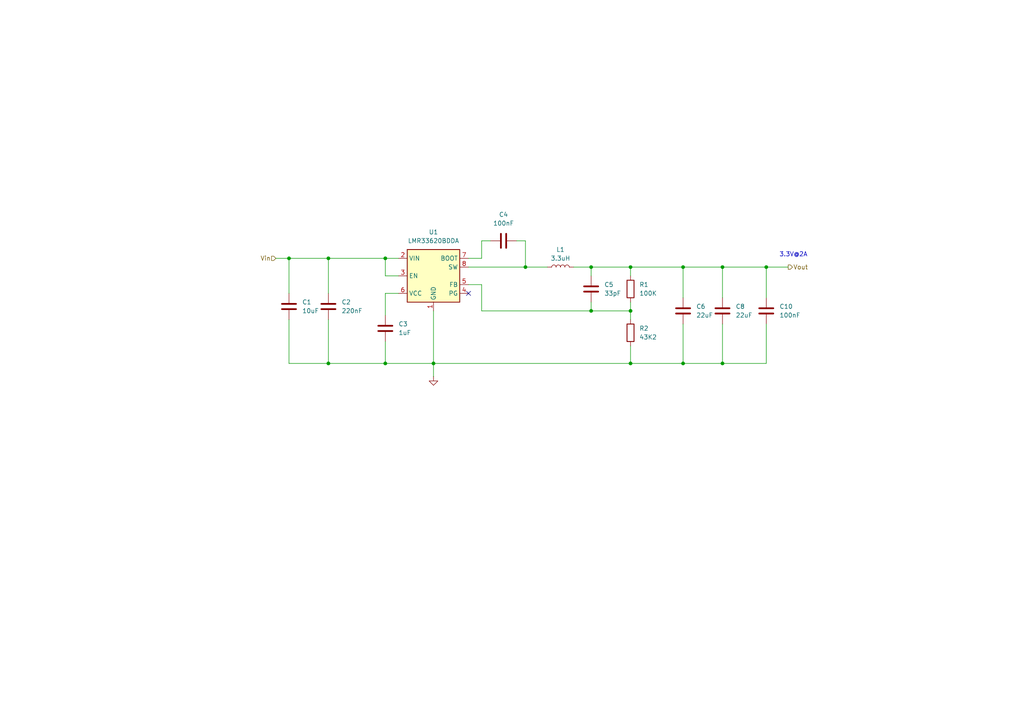
<source format=kicad_sch>
(kicad_sch (version 20250114) (generator "eeschema") (generator_version "9.0")
  (paper "A4")
  (title_block (date "${CURRENT_DATE}") (rev "${REVISION}") (comment 1 "LICENSED under CERN-OHL-S-2.0"))
  (lib_symbols
    (symbol "Device:C" (pin_numbers (hide yes)) (pin_names (offset 0.254))
      (property "Reference" "C" (at 0.635 2.54 0))
      (property "Value" "C" (at 0.635 -2.54 0))
      (symbol "C_0_1"
        (polyline (pts (xy -2.032 0.762) (xy 2.032 0.762)) (stroke (width 0.508)))
        (polyline (pts (xy -2.032 -0.762) (xy 2.032 -0.762)) (stroke (width 0.508)))
      )
      (symbol "C_1_1"
        (pin passive line (at 0 3.81 270) (length 2.794) (name "~") (number "1"))
        (pin passive line (at 0 -3.81 90) (length 2.794) (name "~") (number "2"))
      )
    )
    (symbol "Device:L" (pin_numbers (hide yes)) (pin_names (offset 1.016) (hide yes))
      (property "Reference" "L" (at -1.27 0 90))
      (property "Value" "L" (at 1.905 0 90))
      (symbol "L_0_1"
        (arc (start 0 2.54) (mid 0.6323 1.905) (end 0 1.27))
        (arc (start 0 1.27) (mid 0.6323 0.635) (end 0 0))
        (arc (start 0 0) (mid 0.6323 -0.635) (end 0 -1.27))
        (arc (start 0 -1.27) (mid 0.6323 -1.905) (end 0 -2.54))
      )
      (symbol "L_1_1"
        (pin passive line (at 0 3.81 270) (length 1.27) (name "1") (number "1"))
        (pin passive line (at 0 -3.81 90) (length 1.27) (name "2") (number "2"))
      )
    )
    (symbol "Device:R" (pin_numbers (hide yes)) (pin_names (offset 0))
      (property "Reference" "R" (at 2.032 0 90))
      (property "Value" "R" (at 0 0 90))
      (symbol "R_0_1"
        (rectangle (start -1.016 -2.54) (end 1.016 2.54) (stroke (width 0.254)))
      )
      (symbol "R_1_1"
        (pin passive line (at 0 3.81 270) (length 1.27) (name "~") (number "1"))
        (pin passive line (at 0 -3.81 90) (length 1.27) (name "~") (number "2"))
      )
    )
    (symbol "Regulator_Switching:LMR33630BDDA"
      (property "Reference" "U" (at 0 11.43 0))
      (property "Value" "LMR33630BDDA" (at 0 8.89 0))
      (symbol "LMR33630BDDA_0_1"
        (rectangle (start -7.62 7.62) (end 7.62 -7.62) (stroke (width 0.254)) (fill (type background)))
      )
      (symbol "LMR33630BDDA_1_1"
        (pin power_in line (at -10.16 5.08 0) (length 2.54) (name "VIN") (number "2"))
        (pin input line (at -10.16 0 0) (length 2.54) (name "EN") (number "3"))
        (pin power_out line (at -10.16 -5.08 0) (length 2.54) (name "VCC") (number "6"))
        (pin power_in line (at 0 -10.16 90) (length 2.54) (name "GND") (number "1"))
        (pin passive line (at 0 -10.16 90) (length 2.54) (hide yes) (name "GND") (number "9"))
        (pin input line (at 10.16 5.08 180) (length 2.54) (name "BOOT") (number "7"))
        (pin output line (at 10.16 2.54 180) (length 2.54) (name "SW") (number "8"))
        (pin input line (at 10.16 -2.54 180) (length 2.54) (name "FB") (number "5"))
        (pin open_collector line (at 10.16 -5.08 180) (length 2.54) (name "PG") (number "4"))
      )
    )
    (symbol "power:GND" (power) (pin_numbers (hide yes)) (pin_names (offset 0) (hide yes))
      (property "Value" "GND" (at 0 -3.81 0))
      (symbol "GND_0_1"
        (polyline (pts (xy 0 0) (xy 0 -1.27) (xy 1.27 -1.27) (xy 0 -2.54) (xy -1.27 -1.27) (xy 0 -1.27)))
      )
      (symbol "GND_1_1"
        (pin power_in line (at 0 0 270) (length 0) (name "~") (number "1"))
      )
    )
  )
  (text "3.3V@2A" (at 230.124 73.914 0) (effects (font (size 1.27 1.27))))
  (junction (at 182.88 90.17))
  (junction (at 198.12 105.41))
  (junction (at 83.82 74.93))
  (junction (at 182.88 105.41))
  (junction (at 95.25 74.93))
  (junction (at 222.25 77.47))
  (junction (at 111.76 105.41))
  (junction (at 209.55 105.41))
  (junction (at 209.55 77.47))
  (junction (at 171.45 90.17))
  (junction (at 152.4 77.47))
  (junction (at 198.12 77.47))
  (junction (at 95.25 105.41))
  (junction (at 125.73 105.41))
  (junction (at 111.76 74.93))
  (junction (at 182.88 77.47))
  (junction (at 171.45 77.47))
  (no_connect (at 135.89 85.09))
  (wire (pts (xy 182.88 77.47) (xy 198.12 77.47)))
  (wire (pts (xy 83.82 105.41) (xy 95.25 105.41)))
  (wire (pts (xy 166.37 77.47) (xy 171.45 77.47)))
  (wire (pts (xy 222.25 77.47) (xy 228.6 77.47)))
  (wire (pts (xy 83.82 74.93) (xy 83.82 85.09)))
  (wire (pts (xy 135.89 74.93) (xy 139.7 74.93)))
  (wire (pts (xy 125.73 105.41) (xy 125.73 109.22)))
  (wire (pts (xy 171.45 87.63) (xy 171.45 90.17)))
  (wire (pts (xy 135.89 77.47) (xy 152.4 77.47)))
  (wire (pts (xy 111.76 80.01) (xy 111.76 74.93)))
  (wire (pts (xy 152.4 69.85) (xy 152.4 77.47)))
  (wire (pts (xy 209.55 77.47) (xy 222.25 77.47)))
  (wire (pts (xy 198.12 77.47) (xy 198.12 86.36)))
  (wire (pts (xy 198.12 77.47) (xy 209.55 77.47)))
  (wire (pts (xy 182.88 87.63) (xy 182.88 90.17)))
  (wire (pts (xy 171.45 90.17) (xy 182.88 90.17)))
  (wire (pts (xy 83.82 92.71) (xy 83.82 105.41)))
  (wire (pts (xy 182.88 100.33) (xy 182.88 105.41)))
  (wire (pts (xy 182.88 90.17) (xy 182.88 92.71)))
  (wire (pts (xy 111.76 74.93) (xy 115.57 74.93)))
  (wire (pts (xy 125.73 90.17) (xy 125.73 105.41)))
  (wire (pts (xy 152.4 77.47) (xy 158.75 77.47)))
  (wire (pts (xy 95.25 92.71) (xy 95.25 105.41)))
  (wire (pts (xy 95.25 85.09) (xy 95.25 74.93)))
  (wire (pts (xy 198.12 105.41) (xy 209.55 105.41)))
  (wire (pts (xy 209.55 77.47) (xy 209.55 86.36)))
  (wire (pts (xy 80.01 74.93) (xy 83.82 74.93)))
  (wire (pts (xy 222.25 77.47) (xy 222.25 86.36)))
  (wire (pts (xy 95.25 74.93) (xy 111.76 74.93)))
  (wire (pts (xy 83.82 74.93) (xy 95.25 74.93)))
  (wire (pts (xy 209.55 105.41) (xy 222.25 105.41)))
  (wire (pts (xy 111.76 99.06) (xy 111.76 105.41)))
  (wire (pts (xy 209.55 93.98) (xy 209.55 105.41)))
  (wire (pts (xy 139.7 69.85) (xy 142.24 69.85)))
  (wire (pts (xy 135.89 82.55) (xy 139.7 82.55)))
  (wire (pts (xy 149.86 69.85) (xy 152.4 69.85)))
  (wire (pts (xy 182.88 77.47) (xy 171.45 77.47)))
  (wire (pts (xy 139.7 82.55) (xy 139.7 90.17)))
  (wire (pts (xy 95.25 105.41) (xy 111.76 105.41)))
  (wire (pts (xy 182.88 105.41) (xy 125.73 105.41)))
  (wire (pts (xy 182.88 105.41) (xy 198.12 105.41)))
  (wire (pts (xy 198.12 93.98) (xy 198.12 105.41)))
  (wire (pts (xy 111.76 85.09) (xy 111.76 91.44)))
  (wire (pts (xy 111.76 105.41) (xy 125.73 105.41)))
  (wire (pts (xy 171.45 77.47) (xy 171.45 80.01)))
  (wire (pts (xy 139.7 90.17) (xy 171.45 90.17)))
  (wire (pts (xy 222.25 93.98) (xy 222.25 105.41)))
  (wire (pts (xy 115.57 80.01) (xy 111.76 80.01)))
  (wire (pts (xy 139.7 74.93) (xy 139.7 69.85)))
  (wire (pts (xy 182.88 80.01) (xy 182.88 77.47)))
  (wire (pts (xy 115.57 85.09) (xy 111.76 85.09)))
  (hierarchical_label "Vin" (shape input) (at 80.01 74.93 180))
  (hierarchical_label "Vout" (shape output) (at 228.6 77.47 0))
  (symbol (lib_id "Device:C") (at 146.05 69.85 90) (unit 1)
    (property "Reference" "C5" (at 146.05 62.23 90))
    (property "Value" "100nF" (at 146.05 64.77 90))
    (property "Footprint" "Capacitor_SMD:C_0603_1608Metric" (effects (hide yes)))
    (property "Description" "Unpolarized capacitor" (effects (hide yes)))
    (property "MOUSER#" "810-CGA3E2X7R1H104K" (effects (hide yes)))
    (instances (project "BaseController" (path "" (reference "C4") (unit 1))) (project "BaseController" (path "" (reference "C5") (unit 1))))
  )
  (symbol (lib_id "Device:C") (at 83.82 88.9 0) (unit 1)
    (property "Reference" "C2" (at 87.63 87.6299 0) (effects (justify left)))
    (property "Value" "10uF" (at 87.63 90.1699 0) (effects (justify left)))
    (property "Footprint" "Capacitor_SMD:C_1210_3225Metric" (effects (hide yes)))
    (property "Description" "Unpolarized capacitor" (effects (hide yes)))
    (property "MOUSER#" "810-C3225X7R1H106MAC" (effects (hide yes)))
    (instances (project "" (path "" (reference "C1") (unit 1))) (project "" (path "" (reference "C2") (unit 1))))
  )
  (symbol (lib_id "power:GND") (at 125.73 109.22 0) (unit 1)
    (property "Reference" "#PWR021" (effects (hide yes)))
    (property "Value" "GND" (effects (hide yes)))
    (property "Description" "Power symbol creates a global label with name \"GND\" , ground" (effects (hide yes)))
    (instances (project "" (path "" (reference "#PWR04") (unit 1))) (project "" (path "" (reference "#PWR021") (unit 1))))
  )
  (symbol (lib_id "Device:L") (at 162.56 77.47 90) (unit 1)
    (property "Reference" "L1" (at 162.56 72.39 90))
    (property "Value" "3.3uH" (at 162.56 74.93 90))
    (property "Footprint" "Inductor_SMD:L_Wuerth_MAPI-4030" (effects (hide yes)))
    (property "Description" "Inductor" (effects (hide yes)))
    (property "MOUSER#" "710-74438357033" (effects (hide yes)))
  )
  (symbol (lib_id "Regulator_Switching:LMR33630BDDA") (at 125.73 80.01 0) (unit 1)
    (property "Reference" "U2" (at 125.73 67.31 0))
    (property "Value" "LMR33620BDDA" (at 125.73 69.85 0))
    (property "Footprint" "Package_SO:Texas_HSOP-8-1EP_3.9x4.9mm_P1.27mm_ThermalVias" (effects (hide yes)))
    (property "Datasheet" "http://www.ti.com/lit/ds/symlink/lmr33630.pdf" (effects (hide yes)))
    (property "MOUSER#" "595-LMR33620BDDAR" (effects (hide yes)))
    (instances (project "" (path "" (reference "U1") (unit 1))) (project "" (path "" (reference "U2") (unit 1))))
  )
  (symbol (lib_id "Device:C") (at 209.55 90.17 0) (unit 1)
    (property "Reference" "C8" (at 213.36 88.8999 0) (effects (justify left)))
    (property "Value" "22uF" (at 213.36 91.4399 0) (effects (justify left)))
    (property "Footprint" "Capacitor_SMD:C_1210_3225Metric" (effects (hide yes)))
    (property "Description" "Unpolarized capacitor" (effects (hide yes)))
    (property "MOUSER#" "187-CL32B226KOJNNNE" (effects (hide yes)))
  )
  (symbol (lib_id "Device:R") (at 182.88 96.52 0) (unit 1)
    (property "Reference" "R9" (at 185.42 95.2499 0) (effects (justify left)))
    (property "Value" "43K2" (at 185.42 97.7899 0) (effects (justify left)))
    (property "Footprint" "Resistor_SMD:R_0402_1005Metric" (effects (hide yes)))
    (property "Description" "Resistor" (effects (hide yes)))
    (property "MOUSER#" "667-ERJ-2RKF4322X" (effects (hide yes)))
    (instances (project "" (path "" (reference "R2") (unit 1))) (project "" (path "" (reference "R9") (unit 1))))
  )
  (symbol (lib_id "Device:R") (at 182.88 83.82 0) (unit 1)
    (property "Reference" "R8" (at 185.42 82.5499 0) (effects (justify left)))
    (property "Value" "100K" (at 185.42 85.0899 0) (effects (justify left)))
    (property "Footprint" "Resistor_SMD:R_0402_1005Metric" (effects (hide yes)))
    (property "Description" "Resistor" (effects (hide yes)))
    (property "MOUSER#" "603-AC0402FR-13100KL" (effects (hide yes)))
    (instances (project "" (path "" (reference "R1") (unit 1))) (project "" (path "" (reference "R8") (unit 1))))
  )
  (symbol (lib_id "Device:C") (at 95.25 88.9 0) (unit 1)
    (property "Reference" "C3" (at 99.06 87.6299 0) (effects (justify left)))
    (property "Value" "220nF" (at 99.06 90.1699 0) (effects (justify left)))
    (property "Footprint" "Capacitor_SMD:C_0805_2012Metric" (effects (hide yes)))
    (property "Description" "Unpolarized capacitor" (effects (hide yes)))
    (property "MOUSER#" "810-C2012X7R1H224K" (effects (hide yes)))
    (instances (project "" (path "" (reference "C2") (unit 1))) (project "" (path "" (reference "C3") (unit 1))))
  )
  (symbol (lib_id "Device:C") (at 198.12 90.17 0) (unit 1)
    (property "Reference" "C7" (at 201.93 88.8999 0) (effects (justify left)))
    (property "Value" "22uF" (at 201.93 91.4399 0) (effects (justify left)))
    (property "Footprint" "Capacitor_SMD:C_1210_3225Metric" (effects (hide yes)))
    (property "Description" "Unpolarized capacitor" (effects (hide yes)))
    (property "MOUSER#" "187-CL32B226KOJNNNE" (effects (hide yes)))
    (instances (project "" (path "" (reference "C6") (unit 1))) (project "" (path "" (reference "C7") (unit 1))))
  )
  (symbol (lib_id "Device:C") (at 111.76 95.25 0) (unit 1)
    (property "Reference" "C4" (at 115.57 93.9799 0) (effects (justify left)))
    (property "Value" "1uF" (at 115.57 96.5199 0) (effects (justify left)))
    (property "Footprint" "Capacitor_SMD:C_0603_1608Metric" (effects (hide yes)))
    (property "Description" "Unpolarized capacitor" (effects (hide yes)))
    (property "MOUSER#" "80-C0603C105K8PAC" (effects (hide yes)))
    (instances (project "" (path "" (reference "C3") (unit 1))) (project "" (path "" (reference "C4") (unit 1))))
  )
  (symbol (lib_id "Device:C") (at 222.25 90.17 0) (unit 1)
    (property "Reference" "C9" (at 226.06 88.8999 0) (effects (justify left)))
    (property "Value" "100nF" (at 226.06 91.4399 0) (effects (justify left)))
    (property "Footprint" "Capacitor_SMD:C_0603_1608Metric" (effects (hide yes)))
    (property "Description" "Unpolarized capacitor" (effects (hide yes)))
    (property "MOUSER#" "810-CGA3E2X7R1H104K" (effects (hide yes)))
    (instances (project "BaseController" (path "" (reference "C10") (unit 1))) (project "BaseController" (path "" (reference "C9") (unit 1))))
  )
  (symbol (lib_id "Device:C") (at 171.45 83.82 0) (unit 1)
    (property "Reference" "C6" (at 175.26 82.5499 0) (effects (justify left)))
    (property "Value" "33pF" (at 175.26 85.0899 0) (effects (justify left)))
    (property "Footprint" "Capacitor_SMD:C_0402_1005Metric" (effects (hide yes)))
    (property "Description" "Unpolarized capacitor" (effects (hide yes)))
    (property "MOUSER#" "963-UMK105CG330JV-F" (effects (hide yes)))
    (instances (project "" (path "" (reference "C5") (unit 1))) (project "" (path "" (reference "C6") (unit 1))))
  )
)
</source>
